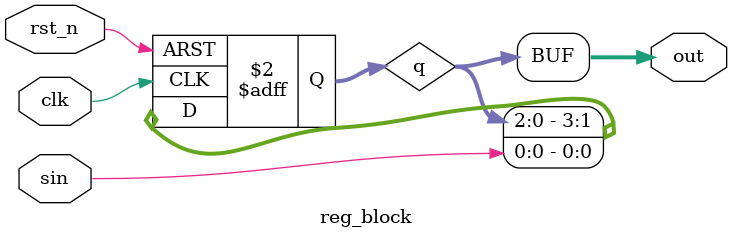
<source format=sv>
`timescale 1ns / 1ps


module reg_block(
    input  logic clk,
    input  logic rst_n,
    input  logic sin,
    output logic [3:0] out
);

    logic [3:0] q;

    always_ff @(posedge clk or posedge rst_n) begin
        if (rst_n)
            q <= 4'b0000;
        else
            q <= {q[2:0], sin};  
    end

    assign out = q;

endmodule

</source>
